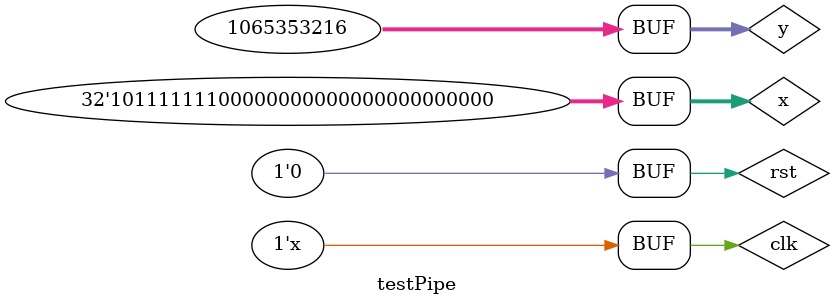
<source format=v>
`timescale 1ns / 1ps


module testPipe;

	// Inputs
	reg clk, rst;
	reg [0:31]x, y;

	// Outputs
	wire [0:31] out;
	
	//Auxiliary
	wire xs, ys, outs;
	wire [0:7]xe, ye, oute;
	wire [0:22]xm, ym, outm;
	
	parameter PERIOD = 100;

	// Instantiate the Unit Under Test (UUT)
	pipeDecomp decomp(clk, rst, x, y, xs, xe, xm, ys, ye, ym);
	pipeCalc calc(clk, rst, xs, xe, xm, ys, ye, ym, outs, oute, outm);
	pipeFin fin(clk, rst, outs, oute, outm, out);

	initial begin
		// Initialize Inputs
		clk = 1'b0;
		rst = 1'b1;        #(2*PERIOD);
      rst = 1'b0;        #PERIOD;

		// Wait 100 ns for global reset to finish
		x = 32'b00000000000000000000000000000000;
		y = 32'b01000001000110000000000000000000;
		#PERIOD;
		
		x = 32'b11000001100100000000000000000000;
		y = 32'b01000001000110000000000000000000;
		#PERIOD;
		
		x = 32'b01000101000100101001001000000000;
		y = 32'b00111111010000000000000000000000;
		#PERIOD;
		
		x = 32'b00111111100000000000000000000000;
		y = 32'b00111111100000000000000000000000;
		#PERIOD;
		
		x = 32'b10111111100000000000000000000000;
		y = 32'b00111111100000000000000000000000;
		#PERIOD;
        
		// Add stimulus here

	end
	
	// Clock process for clk
	always #(PERIOD*0.5) clk = ~clk;
      
endmodule


</source>
